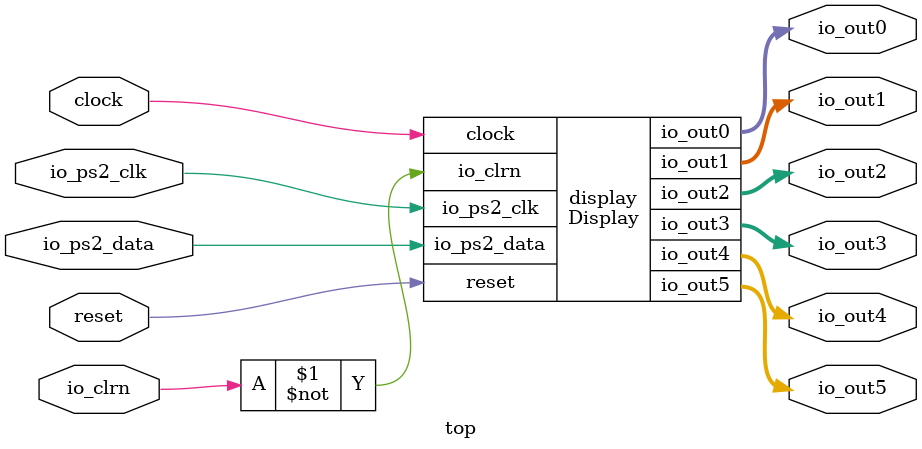
<source format=sv>
`ifndef RANDOMIZE
  `ifdef RANDOMIZE_REG_INIT
    `define RANDOMIZE
  `endif // RANDOMIZE_REG_INIT
`endif // not def RANDOMIZE

`ifndef RANDOM
  `define RANDOM $random
`endif // not def RANDOM

// Users can define INIT_RANDOM as general code that gets injected into the
// initializer block for modules with registers.
`ifndef INIT_RANDOM
  `define INIT_RANDOM
`endif // not def INIT_RANDOM

// If using random initialization, you can also define RANDOMIZE_DELAY to
// customize the delay used, otherwise 0.002 is used.
`ifndef RANDOMIZE_DELAY
  `define RANDOMIZE_DELAY 0.002
`endif // not def RANDOMIZE_DELAY

// Define INIT_RANDOM_PROLOG_ for use in our modules below.
`ifndef INIT_RANDOM_PROLOG_
  `ifdef RANDOMIZE
    `ifdef VERILATOR
      `define INIT_RANDOM_PROLOG_ `INIT_RANDOM
    `else  // VERILATOR
      `define INIT_RANDOM_PROLOG_ `INIT_RANDOM #`RANDOMIZE_DELAY begin end
    `endif // VERILATOR
  `else  // RANDOMIZE
    `define INIT_RANDOM_PROLOG_
  `endif // RANDOMIZE
`endif // not def INIT_RANDOM_PROLOG_

// Include register initializers in init blocks unless synthesis is set
`ifndef SYNTHESIS
  `ifndef ENABLE_INITIAL_REG_
    `define ENABLE_INITIAL_REG_
  `endif // not def ENABLE_INITIAL_REG_
`endif // not def SYNTHESIS

// Include rmemory initializers in init blocks unless synthesis is set
`ifndef SYNTHESIS
  `ifndef ENABLE_INITIAL_MEM_
    `define ENABLE_INITIAL_MEM_
  `endif // not def ENABLE_INITIAL_MEM_
`endif // not def SYNTHESIS

module PS2Keyboard(	// @[src/main/scala/PS2/PS2.scala:6:7]
  input        clock,	// @[src/main/scala/PS2/PS2.scala:6:7]
               reset,	// @[src/main/scala/PS2/PS2.scala:6:7]
               io_clrn,	// @[src/main/scala/PS2/PS2.scala:7:14]
               io_ps2_clk,	// @[src/main/scala/PS2/PS2.scala:7:14]
               io_ps2_data,	// @[src/main/scala/PS2/PS2.scala:7:14]
               io_nextdata_n,	// @[src/main/scala/PS2/PS2.scala:7:14]
  output [7:0] io_data,	// @[src/main/scala/PS2/PS2.scala:7:14]
  output       io_ready	// @[src/main/scala/PS2/PS2.scala:7:14]
);

  reg        ready_reg;	// @[src/main/scala/PS2/PS2.scala:17:29]
  reg        buffer_0;	// @[src/main/scala/PS2/PS2.scala:23:29]
  reg        buffer_1;	// @[src/main/scala/PS2/PS2.scala:23:29]
  reg        buffer_2;	// @[src/main/scala/PS2/PS2.scala:23:29]
  reg        buffer_3;	// @[src/main/scala/PS2/PS2.scala:23:29]
  reg        buffer_4;	// @[src/main/scala/PS2/PS2.scala:23:29]
  reg        buffer_5;	// @[src/main/scala/PS2/PS2.scala:23:29]
  reg        buffer_6;	// @[src/main/scala/PS2/PS2.scala:23:29]
  reg        buffer_7;	// @[src/main/scala/PS2/PS2.scala:23:29]
  reg        buffer_8;	// @[src/main/scala/PS2/PS2.scala:23:29]
  reg        buffer_9;	// @[src/main/scala/PS2/PS2.scala:23:29]
  reg  [7:0] fifo_0;	// @[src/main/scala/PS2/PS2.scala:24:25]
  reg  [7:0] fifo_1;	// @[src/main/scala/PS2/PS2.scala:24:25]
  reg  [7:0] fifo_2;	// @[src/main/scala/PS2/PS2.scala:24:25]
  reg  [7:0] fifo_3;	// @[src/main/scala/PS2/PS2.scala:24:25]
  reg  [7:0] fifo_4;	// @[src/main/scala/PS2/PS2.scala:24:25]
  reg  [7:0] fifo_5;	// @[src/main/scala/PS2/PS2.scala:24:25]
  reg  [7:0] fifo_6;	// @[src/main/scala/PS2/PS2.scala:24:25]
  reg  [7:0] fifo_7;	// @[src/main/scala/PS2/PS2.scala:24:25]
  reg  [2:0] w_ptr;	// @[src/main/scala/PS2/PS2.scala:25:29]
  reg  [2:0] r_ptr;	// @[src/main/scala/PS2/PS2.scala:26:29]
  reg  [3:0] count;	// @[src/main/scala/PS2/PS2.scala:27:29]
  reg  [2:0] ps2_clk_sync;	// @[src/main/scala/PS2/PS2.scala:28:29]
  reg  [7:0] casez_tmp;	// @[src/main/scala/PS2/PS2.scala:74:12]
  always_comb begin	// @[src/main/scala/PS2/PS2.scala:74:12]
    casez (r_ptr)	// @[src/main/scala/PS2/PS2.scala:26:29, :74:12]
      3'b000:
        casez_tmp = fifo_0;	// @[src/main/scala/PS2/PS2.scala:24:25, :74:12]
      3'b001:
        casez_tmp = fifo_1;	// @[src/main/scala/PS2/PS2.scala:24:25, :74:12]
      3'b010:
        casez_tmp = fifo_2;	// @[src/main/scala/PS2/PS2.scala:24:25, :74:12]
      3'b011:
        casez_tmp = fifo_3;	// @[src/main/scala/PS2/PS2.scala:24:25, :74:12]
      3'b100:
        casez_tmp = fifo_4;	// @[src/main/scala/PS2/PS2.scala:24:25, :74:12]
      3'b101:
        casez_tmp = fifo_5;	// @[src/main/scala/PS2/PS2.scala:24:25, :74:12]
      3'b110:
        casez_tmp = fifo_6;	// @[src/main/scala/PS2/PS2.scala:24:25, :74:12]
      default:
        casez_tmp = fifo_7;	// @[src/main/scala/PS2/PS2.scala:24:25, :74:12]
    endcase	// @[src/main/scala/PS2/PS2.scala:26:29, :74:12]
  end // always_comb
  wire       sampling = ps2_clk_sync[2] & ~(ps2_clk_sync[1]);	// @[src/main/scala/PS2/PS2.scala:28:29, :33:{30,34,36,49}]
  wire       _GEN = w_ptr == 3'h1;	// @[src/main/scala/PS2/PS2.scala:25:29, :45:61]
  wire       _GEN_0 = count == 4'hA;	// @[src/main/scala/PS2/PS2.scala:27:29, :54:18]
  wire       _GEN_1 =
    ~buffer_0 & io_ps2_data
    & (buffer_1 ^ buffer_2 ^ buffer_3 ^ buffer_4 ^ buffer_5 ^ buffer_6 ^ buffer_7
       ^ buffer_8 ^ buffer_9);	// @[src/main/scala/PS2/PS2.scala:23:29, :56:{22,31}, :57:27, :58:44]
  wire [7:0] _fifo_T =
    {buffer_8, buffer_7, buffer_6, buffer_5, buffer_4, buffer_3, buffer_2, buffer_1};	// @[src/main/scala/PS2/PS2.scala:23:29, :60:30]
  wire       _GEN_2 = sampling & _GEN_0 & _GEN_1;	// @[src/main/scala/PS2/PS2.scala:25:29, :33:34, :53:20, :54:{18,28}, :56:31, :57:27, :59:11, :62:24]
  always @(posedge clock) begin	// @[src/main/scala/PS2/PS2.scala:6:7]
    if (reset) begin	// @[src/main/scala/PS2/PS2.scala:6:7]
      ready_reg <= 1'h0;	// @[src/main/scala/PS2/PS2.scala:17:29]
      buffer_0 <= 1'h0;	// @[src/main/scala/PS2/PS2.scala:23:29]
      buffer_1 <= 1'h0;	// @[src/main/scala/PS2/PS2.scala:23:29]
      buffer_2 <= 1'h0;	// @[src/main/scala/PS2/PS2.scala:23:29]
      buffer_3 <= 1'h0;	// @[src/main/scala/PS2/PS2.scala:23:29]
      buffer_4 <= 1'h0;	// @[src/main/scala/PS2/PS2.scala:23:29]
      buffer_5 <= 1'h0;	// @[src/main/scala/PS2/PS2.scala:23:29]
      buffer_6 <= 1'h0;	// @[src/main/scala/PS2/PS2.scala:23:29]
      buffer_7 <= 1'h0;	// @[src/main/scala/PS2/PS2.scala:23:29]
      buffer_8 <= 1'h0;	// @[src/main/scala/PS2/PS2.scala:23:29]
      buffer_9 <= 1'h0;	// @[src/main/scala/PS2/PS2.scala:23:29]
      w_ptr <= 3'h0;	// @[src/main/scala/PS2/PS2.scala:25:29]
      r_ptr <= 3'h0;	// @[src/main/scala/PS2/PS2.scala:26:29]
      count <= 4'h0;	// @[src/main/scala/PS2/PS2.scala:27:29]
      ps2_clk_sync <= 3'h0;	// @[src/main/scala/PS2/PS2.scala:28:29]
    end
    else begin	// @[src/main/scala/PS2/PS2.scala:6:7]
      ready_reg <=
        io_clrn
        & (_GEN_2 | ~(ready_reg & ~io_nextdata_n & w_ptr == r_ptr + 3'h1) & ready_reg);	// @[src/main/scala/PS2/PS2.scala:17:29, :25:29, :26:29, :35:18, :40:18, :42:21, :43:{12,28}, :48:{20,31,39}, :49:21, :53:20, :54:28, :59:11, :62:24, :63:24]
      if (~io_clrn | ~sampling | _GEN_0 | (|count)) begin	// @[src/main/scala/PS2/PS2.scala:23:29, :27:29, :33:34, :35:18, :53:20, :54:{18,28}, :68:23]
      end
      else	// @[src/main/scala/PS2/PS2.scala:23:29, :35:18, :53:20, :54:28, :68:23]
        buffer_0 <= io_ps2_data;	// @[src/main/scala/PS2/PS2.scala:23:29]
      if (~io_clrn | ~sampling | _GEN_0 | count != 4'h1) begin	// @[src/main/scala/PS2/PS2.scala:23:29, :27:29, :33:34, :35:18, :53:20, :54:{18,28}, :68:23]
      end
      else	// @[src/main/scala/PS2/PS2.scala:23:29, :35:18, :53:20, :54:28, :68:23]
        buffer_1 <= io_ps2_data;	// @[src/main/scala/PS2/PS2.scala:23:29]
      if (~io_clrn | ~sampling | _GEN_0 | count != 4'h2) begin	// @[src/main/scala/PS2/PS2.scala:23:29, :27:29, :33:34, :35:18, :53:20, :54:{18,28}, :68:23]
      end
      else	// @[src/main/scala/PS2/PS2.scala:23:29, :35:18, :53:20, :54:28, :68:23]
        buffer_2 <= io_ps2_data;	// @[src/main/scala/PS2/PS2.scala:23:29]
      if (~io_clrn | ~sampling | _GEN_0 | count != 4'h3) begin	// @[src/main/scala/PS2/PS2.scala:23:29, :27:29, :33:34, :35:18, :53:20, :54:{18,28}, :68:23]
      end
      else	// @[src/main/scala/PS2/PS2.scala:23:29, :35:18, :53:20, :54:28, :68:23]
        buffer_3 <= io_ps2_data;	// @[src/main/scala/PS2/PS2.scala:23:29]
      if (~io_clrn | ~sampling | _GEN_0 | count != 4'h4) begin	// @[src/main/scala/PS2/PS2.scala:23:29, :27:29, :33:34, :35:18, :53:20, :54:{18,28}, :68:23]
      end
      else	// @[src/main/scala/PS2/PS2.scala:23:29, :35:18, :53:20, :54:28, :68:23]
        buffer_4 <= io_ps2_data;	// @[src/main/scala/PS2/PS2.scala:23:29]
      if (~io_clrn | ~sampling | _GEN_0 | count != 4'h5) begin	// @[src/main/scala/PS2/PS2.scala:23:29, :27:29, :33:34, :35:18, :53:20, :54:{18,28}, :68:23]
      end
      else	// @[src/main/scala/PS2/PS2.scala:23:29, :35:18, :53:20, :54:28, :68:23]
        buffer_5 <= io_ps2_data;	// @[src/main/scala/PS2/PS2.scala:23:29]
      if (~io_clrn | ~sampling | _GEN_0 | count != 4'h6) begin	// @[src/main/scala/PS2/PS2.scala:23:29, :27:29, :33:34, :35:18, :53:20, :54:{18,28}, :68:23]
      end
      else	// @[src/main/scala/PS2/PS2.scala:23:29, :35:18, :53:20, :54:28, :68:23]
        buffer_6 <= io_ps2_data;	// @[src/main/scala/PS2/PS2.scala:23:29]
      if (~io_clrn | ~sampling | _GEN_0 | count != 4'h7) begin	// @[src/main/scala/PS2/PS2.scala:23:29, :27:29, :33:34, :35:18, :53:20, :54:{18,28}, :68:23]
      end
      else	// @[src/main/scala/PS2/PS2.scala:23:29, :35:18, :53:20, :54:28, :68:23]
        buffer_7 <= io_ps2_data;	// @[src/main/scala/PS2/PS2.scala:23:29]
      if (~io_clrn | ~sampling | _GEN_0 | count != 4'h8) begin	// @[src/main/scala/PS2/PS2.scala:23:29, :27:29, :33:34, :35:18, :53:20, :54:{18,28}, :68:23]
      end
      else	// @[src/main/scala/PS2/PS2.scala:23:29, :35:18, :53:20, :54:28, :68:23]
        buffer_8 <= io_ps2_data;	// @[src/main/scala/PS2/PS2.scala:23:29]
      if (~io_clrn | ~sampling | _GEN_0 | count != 4'h9) begin	// @[src/main/scala/PS2/PS2.scala:23:29, :27:29, :33:34, :35:18, :53:20, :54:{18,28}, :68:23]
      end
      else	// @[src/main/scala/PS2/PS2.scala:23:29, :35:18, :53:20, :54:28, :68:23]
        buffer_9 <= io_ps2_data;	// @[src/main/scala/PS2/PS2.scala:23:29]
      if (io_clrn) begin	// @[src/main/scala/PS2/PS2.scala:7:14]
        if (_GEN_2)	// @[src/main/scala/PS2/PS2.scala:25:29, :53:20, :54:28, :59:11, :62:24]
          w_ptr <= w_ptr + 3'h1;	// @[src/main/scala/PS2/PS2.scala:25:29, :62:33]
        if (ready_reg & ~io_nextdata_n & (r_ptr < w_ptr - 3'h1 | (&r_ptr) & _GEN))	// @[src/main/scala/PS2/PS2.scala:17:29, :25:29, :26:29, :42:21, :43:{12,28}, :45:{20,28,34,44,52,61,71}, :46:17]
          r_ptr <= r_ptr + 3'h1;	// @[src/main/scala/PS2/PS2.scala:26:29, :46:26]
        if (sampling) begin	// @[src/main/scala/PS2/PS2.scala:33:34]
          if (_GEN_0)	// @[src/main/scala/PS2/PS2.scala:54:18]
            count <= 4'h0;	// @[src/main/scala/PS2/PS2.scala:27:29]
          else	// @[src/main/scala/PS2/PS2.scala:54:18]
            count <= count + 4'h1;	// @[src/main/scala/PS2/PS2.scala:27:29, :69:32]
        end
      end
      else begin	// @[src/main/scala/PS2/PS2.scala:7:14]
        w_ptr <= 3'h0;	// @[src/main/scala/PS2/PS2.scala:25:29]
        r_ptr <= 3'h0;	// @[src/main/scala/PS2/PS2.scala:26:29]
        count <= 4'h0;	// @[src/main/scala/PS2/PS2.scala:27:29]
      end
      ps2_clk_sync <= {ps2_clk_sync[1:0], io_ps2_clk};	// @[src/main/scala/PS2/PS2.scala:28:29, :31:{22,35}]
    end
    if (io_clrn & sampling & _GEN_0 & _GEN_1 & w_ptr == 3'h0)	// @[src/main/scala/PS2/PS2.scala:24:25, :25:29, :33:34, :35:18, :53:20, :54:{18,28}, :56:31, :57:27, :59:11, :60:24]
      fifo_0 <= _fifo_T;	// @[src/main/scala/PS2/PS2.scala:24:25, :60:30]
    if (io_clrn & sampling & _GEN_0 & _GEN_1 & _GEN)	// @[src/main/scala/PS2/PS2.scala:24:25, :33:34, :35:18, :45:61, :53:20, :54:{18,28}, :56:31, :57:27, :59:11, :60:24]
      fifo_1 <= _fifo_T;	// @[src/main/scala/PS2/PS2.scala:24:25, :60:30]
    if (io_clrn & sampling & _GEN_0 & _GEN_1 & w_ptr == 3'h2)	// @[src/main/scala/PS2/PS2.scala:24:25, :25:29, :33:34, :35:18, :53:20, :54:{18,28}, :56:31, :57:27, :59:11, :60:24]
      fifo_2 <= _fifo_T;	// @[src/main/scala/PS2/PS2.scala:24:25, :60:30]
    if (io_clrn & sampling & _GEN_0 & _GEN_1 & w_ptr == 3'h3)	// @[src/main/scala/PS2/PS2.scala:24:25, :25:29, :33:34, :35:18, :53:20, :54:{18,28}, :56:31, :57:27, :59:11, :60:24]
      fifo_3 <= _fifo_T;	// @[src/main/scala/PS2/PS2.scala:24:25, :60:30]
    if (io_clrn & sampling & _GEN_0 & _GEN_1 & w_ptr == 3'h4)	// @[src/main/scala/PS2/PS2.scala:24:25, :25:29, :33:34, :35:18, :53:20, :54:{18,28}, :56:31, :57:27, :59:11, :60:24]
      fifo_4 <= _fifo_T;	// @[src/main/scala/PS2/PS2.scala:24:25, :60:30]
    if (io_clrn & sampling & _GEN_0 & _GEN_1 & w_ptr == 3'h5)	// @[src/main/scala/PS2/PS2.scala:24:25, :25:29, :33:34, :35:18, :53:20, :54:{18,28}, :56:31, :57:27, :59:11, :60:24]
      fifo_5 <= _fifo_T;	// @[src/main/scala/PS2/PS2.scala:24:25, :60:30]
    if (io_clrn & sampling & _GEN_0 & _GEN_1 & w_ptr == 3'h6)	// @[src/main/scala/PS2/PS2.scala:24:25, :25:29, :33:34, :35:18, :53:20, :54:{18,28}, :56:31, :57:27, :59:11, :60:24]
      fifo_6 <= _fifo_T;	// @[src/main/scala/PS2/PS2.scala:24:25, :60:30]
    if (io_clrn & sampling & _GEN_0 & _GEN_1 & (&w_ptr))	// @[src/main/scala/PS2/PS2.scala:24:25, :25:29, :33:34, :35:18, :53:20, :54:{18,28}, :56:31, :57:27, :59:11, :60:24]
      fifo_7 <= _fifo_T;	// @[src/main/scala/PS2/PS2.scala:24:25, :60:30]
  end // always @(posedge)
  `ifdef ENABLE_INITIAL_REG_	// @[src/main/scala/PS2/PS2.scala:6:7]
    `ifdef FIRRTL_BEFORE_INITIAL	// @[src/main/scala/PS2/PS2.scala:6:7]
      `FIRRTL_BEFORE_INITIAL	// @[src/main/scala/PS2/PS2.scala:6:7]
    `endif // FIRRTL_BEFORE_INITIAL
    logic [31:0] _RANDOM[0:2];	// @[src/main/scala/PS2/PS2.scala:6:7]
    initial begin	// @[src/main/scala/PS2/PS2.scala:6:7]
      `ifdef INIT_RANDOM_PROLOG_	// @[src/main/scala/PS2/PS2.scala:6:7]
        `INIT_RANDOM_PROLOG_	// @[src/main/scala/PS2/PS2.scala:6:7]
      `endif // INIT_RANDOM_PROLOG_
      `ifdef RANDOMIZE_REG_INIT	// @[src/main/scala/PS2/PS2.scala:6:7]
        for (logic [1:0] i = 2'h0; i < 2'h3; i += 2'h1) begin
          _RANDOM[i] = `RANDOM;	// @[src/main/scala/PS2/PS2.scala:6:7]
        end	// @[src/main/scala/PS2/PS2.scala:6:7]
        ready_reg = _RANDOM[2'h0][0];	// @[src/main/scala/PS2/PS2.scala:6:7, :17:29]
        buffer_0 = _RANDOM[2'h0][2];	// @[src/main/scala/PS2/PS2.scala:6:7, :17:29, :23:29]
        buffer_1 = _RANDOM[2'h0][3];	// @[src/main/scala/PS2/PS2.scala:6:7, :17:29, :23:29]
        buffer_2 = _RANDOM[2'h0][4];	// @[src/main/scala/PS2/PS2.scala:6:7, :17:29, :23:29]
        buffer_3 = _RANDOM[2'h0][5];	// @[src/main/scala/PS2/PS2.scala:6:7, :17:29, :23:29]
        buffer_4 = _RANDOM[2'h0][6];	// @[src/main/scala/PS2/PS2.scala:6:7, :17:29, :23:29]
        buffer_5 = _RANDOM[2'h0][7];	// @[src/main/scala/PS2/PS2.scala:6:7, :17:29, :23:29]
        buffer_6 = _RANDOM[2'h0][8];	// @[src/main/scala/PS2/PS2.scala:6:7, :17:29, :23:29]
        buffer_7 = _RANDOM[2'h0][9];	// @[src/main/scala/PS2/PS2.scala:6:7, :17:29, :23:29]
        buffer_8 = _RANDOM[2'h0][10];	// @[src/main/scala/PS2/PS2.scala:6:7, :17:29, :23:29]
        buffer_9 = _RANDOM[2'h0][11];	// @[src/main/scala/PS2/PS2.scala:6:7, :17:29, :23:29]
        fifo_0 = _RANDOM[2'h0][20:13];	// @[src/main/scala/PS2/PS2.scala:6:7, :17:29, :24:25]
        fifo_1 = _RANDOM[2'h0][28:21];	// @[src/main/scala/PS2/PS2.scala:6:7, :17:29, :24:25]
        fifo_2 = {_RANDOM[2'h0][31:29], _RANDOM[2'h1][4:0]};	// @[src/main/scala/PS2/PS2.scala:6:7, :17:29, :24:25]
        fifo_3 = _RANDOM[2'h1][12:5];	// @[src/main/scala/PS2/PS2.scala:6:7, :24:25]
        fifo_4 = _RANDOM[2'h1][20:13];	// @[src/main/scala/PS2/PS2.scala:6:7, :24:25]
        fifo_5 = _RANDOM[2'h1][28:21];	// @[src/main/scala/PS2/PS2.scala:6:7, :24:25]
        fifo_6 = {_RANDOM[2'h1][31:29], _RANDOM[2'h2][4:0]};	// @[src/main/scala/PS2/PS2.scala:6:7, :24:25]
        fifo_7 = _RANDOM[2'h2][12:5];	// @[src/main/scala/PS2/PS2.scala:6:7, :24:25]
        w_ptr = _RANDOM[2'h2][15:13];	// @[src/main/scala/PS2/PS2.scala:6:7, :24:25, :25:29]
        r_ptr = _RANDOM[2'h2][18:16];	// @[src/main/scala/PS2/PS2.scala:6:7, :24:25, :26:29]
        count = _RANDOM[2'h2][22:19];	// @[src/main/scala/PS2/PS2.scala:6:7, :24:25, :27:29]
        ps2_clk_sync = _RANDOM[2'h2][25:23];	// @[src/main/scala/PS2/PS2.scala:6:7, :24:25, :28:29]
      `endif // RANDOMIZE_REG_INIT
    end // initial
    `ifdef FIRRTL_AFTER_INITIAL	// @[src/main/scala/PS2/PS2.scala:6:7]
      `FIRRTL_AFTER_INITIAL	// @[src/main/scala/PS2/PS2.scala:6:7]
    `endif // FIRRTL_AFTER_INITIAL
  `endif // ENABLE_INITIAL_REG_
  assign io_data = casez_tmp;	// @[src/main/scala/PS2/PS2.scala:6:7, :74:12]
  assign io_ready = ready_reg;	// @[src/main/scala/PS2/PS2.scala:6:7, :17:29]
endmodule

module LED(	// @[src/main/scala/LED/LED.scala:8:7]
  input  [3:0] io_in,	// @[src/main/scala/LED/LED.scala:9:14]
  output [6:0] io_out	// @[src/main/scala/LED/LED.scala:9:14]
);

  reg  [6:0] casez_tmp;	// @[src/main/scala/LED/LED.scala:13:23, :14:12, :15:29]
  wire [6:0] _GEN = {3'h0, io_in != 4'hE, 3'h6};	// @[src/main/scala/LED/LED.scala:41:{20,30}, :42:12, :44:12]
  always_comb begin	// @[src/main/scala/LED/LED.scala:13:{14,23}, :14:12, :15:{20,29}, :16:12, :17:{20,29}, :18:12, :19:{20,29}, :20:12, :21:{20,29}, :22:12, :23:{20,29}, :24:12, :25:{20,29}, :26:12, :27:{20,29}, :28:12, :29:{20,29}, :30:12, :31:{20,29}, :32:12, :33:{20,30}, :34:12, :35:{20,30}, :36:12, :37:{20,30}, :38:12, :39:{20,30}, :40:12, :41:30]
    casez (io_in)	// @[src/main/scala/LED/LED.scala:13:{14,23}, :14:12, :15:{20,29}, :16:12, :17:{20,29}, :18:12, :19:{20,29}, :20:12, :21:{20,29}, :22:12, :23:{20,29}, :24:12, :25:{20,29}, :26:12, :27:{20,29}, :28:12, :29:{20,29}, :30:12, :31:{20,29}, :32:12, :33:{20,30}, :34:12, :35:{20,30}, :36:12, :37:{20,30}, :38:12, :39:{20,30}, :40:12, :41:30]
      4'b0000:
        casez_tmp = 7'h40;	// @[src/main/scala/LED/LED.scala:13:{14,23}, :14:12, :15:{20,29}, :16:12, :17:{20,29}, :18:12, :19:{20,29}, :20:12, :21:{20,29}, :22:12, :23:{20,29}, :24:12, :25:{20,29}, :26:12, :27:{20,29}, :28:12, :29:{20,29}, :30:12, :31:{20,29}, :32:12, :33:{20,30}, :34:12, :35:{20,30}, :36:12, :37:{20,30}, :38:12, :39:{20,30}, :40:12, :41:30]
      4'b0001:
        casez_tmp = 7'h79;	// @[src/main/scala/LED/LED.scala:13:{14,23}, :14:12, :15:{20,29}, :16:12, :17:{20,29}, :18:12, :19:{20,29}, :20:12, :21:{20,29}, :22:12, :23:{20,29}, :24:12, :25:{20,29}, :26:12, :27:{20,29}, :28:12, :29:{20,29}, :30:12, :31:{20,29}, :32:12, :33:{20,30}, :34:12, :35:{20,30}, :36:12, :37:{20,30}, :38:12, :39:{20,30}, :40:12, :41:30]
      4'b0010:
        casez_tmp = 7'h24;	// @[src/main/scala/LED/LED.scala:13:{14,23}, :14:12, :15:{20,29}, :16:12, :17:{20,29}, :18:12, :19:{20,29}, :20:12, :21:{20,29}, :22:12, :23:{20,29}, :24:12, :25:{20,29}, :26:12, :27:{20,29}, :28:12, :29:{20,29}, :30:12, :31:{20,29}, :32:12, :33:{20,30}, :34:12, :35:{20,30}, :36:12, :37:{20,30}, :38:12, :39:{20,30}, :40:12, :41:30]
      4'b0011:
        casez_tmp = 7'h30;	// @[src/main/scala/LED/LED.scala:13:{14,23}, :14:12, :15:{20,29}, :16:12, :17:{20,29}, :18:12, :19:{20,29}, :20:12, :21:{20,29}, :22:12, :23:{20,29}, :24:12, :25:{20,29}, :26:12, :27:{20,29}, :28:12, :29:{20,29}, :30:12, :31:{20,29}, :32:12, :33:{20,30}, :34:12, :35:{20,30}, :36:12, :37:{20,30}, :38:12, :39:{20,30}, :40:12, :41:30]
      4'b0100:
        casez_tmp = 7'h19;	// @[src/main/scala/LED/LED.scala:13:{14,23}, :14:12, :15:{20,29}, :16:12, :17:{20,29}, :18:12, :19:{20,29}, :20:12, :21:{20,29}, :22:12, :23:{20,29}, :24:12, :25:{20,29}, :26:12, :27:{20,29}, :28:12, :29:{20,29}, :30:12, :31:{20,29}, :32:12, :33:{20,30}, :34:12, :35:{20,30}, :36:12, :37:{20,30}, :38:12, :39:{20,30}, :40:12, :41:30]
      4'b0101:
        casez_tmp = 7'h12;	// @[src/main/scala/LED/LED.scala:13:{14,23}, :14:12, :15:{20,29}, :16:12, :17:{20,29}, :18:12, :19:{20,29}, :20:12, :21:{20,29}, :22:12, :23:{20,29}, :24:12, :25:{20,29}, :26:12, :27:{20,29}, :28:12, :29:{20,29}, :30:12, :31:{20,29}, :32:12, :33:{20,30}, :34:12, :35:{20,30}, :36:12, :37:{20,30}, :38:12, :39:{20,30}, :40:12, :41:30]
      4'b0110:
        casez_tmp = 7'h2;	// @[src/main/scala/LED/LED.scala:13:{14,23}, :14:12, :15:{20,29}, :16:12, :17:{20,29}, :18:12, :19:{20,29}, :20:12, :21:{20,29}, :22:12, :23:{20,29}, :24:12, :25:{20,29}, :26:12, :27:{20,29}, :28:12, :29:{20,29}, :30:12, :31:{20,29}, :32:12, :33:{20,30}, :34:12, :35:{20,30}, :36:12, :37:{20,30}, :38:12, :39:{20,30}, :40:12, :41:30]
      4'b0111:
        casez_tmp = 7'h78;	// @[src/main/scala/LED/LED.scala:13:{14,23}, :14:12, :15:{20,29}, :16:12, :17:{20,29}, :18:12, :19:{20,29}, :20:12, :21:{20,29}, :22:12, :23:{20,29}, :24:12, :25:{20,29}, :26:12, :27:{20,29}, :28:12, :29:{20,29}, :30:12, :31:{20,29}, :32:12, :33:{20,30}, :34:12, :35:{20,30}, :36:12, :37:{20,30}, :38:12, :39:{20,30}, :40:12, :41:30]
      4'b1000:
        casez_tmp = 7'h0;	// @[src/main/scala/LED/LED.scala:13:{14,23}, :14:12, :15:{20,29}, :16:12, :17:{20,29}, :18:12, :19:{20,29}, :20:12, :21:{20,29}, :22:12, :23:{20,29}, :24:12, :25:{20,29}, :26:12, :27:{20,29}, :28:12, :29:{20,29}, :30:12, :31:{20,29}, :32:12, :33:{20,30}, :34:12, :35:{20,30}, :36:12, :37:{20,30}, :38:12, :39:{20,30}, :40:12, :41:30]
      4'b1001:
        casez_tmp = 7'h10;	// @[src/main/scala/LED/LED.scala:13:{14,23}, :14:12, :15:{20,29}, :16:12, :17:{20,29}, :18:12, :19:{20,29}, :20:12, :21:{20,29}, :22:12, :23:{20,29}, :24:12, :25:{20,29}, :26:12, :27:{20,29}, :28:12, :29:{20,29}, :30:12, :31:{20,29}, :32:12, :33:{20,30}, :34:12, :35:{20,30}, :36:12, :37:{20,30}, :38:12, :39:{20,30}, :40:12, :41:30]
      4'b1010:
        casez_tmp = 7'h8;	// @[src/main/scala/LED/LED.scala:13:{14,23}, :14:12, :15:{20,29}, :16:12, :17:{20,29}, :18:12, :19:{20,29}, :20:12, :21:{20,29}, :22:12, :23:{20,29}, :24:12, :25:{20,29}, :26:12, :27:{20,29}, :28:12, :29:{20,29}, :30:12, :31:{20,29}, :32:12, :33:{20,30}, :34:12, :35:{20,30}, :36:12, :37:{20,30}, :38:12, :39:{20,30}, :40:12, :41:30]
      4'b1011:
        casez_tmp = 7'h3;	// @[src/main/scala/LED/LED.scala:13:{14,23}, :14:12, :15:{20,29}, :16:12, :17:{20,29}, :18:12, :19:{20,29}, :20:12, :21:{20,29}, :22:12, :23:{20,29}, :24:12, :25:{20,29}, :26:12, :27:{20,29}, :28:12, :29:{20,29}, :30:12, :31:{20,29}, :32:12, :33:{20,30}, :34:12, :35:{20,30}, :36:12, :37:{20,30}, :38:12, :39:{20,30}, :40:12, :41:30]
      4'b1100:
        casez_tmp = 7'h46;	// @[src/main/scala/LED/LED.scala:13:{14,23}, :14:12, :15:{20,29}, :16:12, :17:{20,29}, :18:12, :19:{20,29}, :20:12, :21:{20,29}, :22:12, :23:{20,29}, :24:12, :25:{20,29}, :26:12, :27:{20,29}, :28:12, :29:{20,29}, :30:12, :31:{20,29}, :32:12, :33:{20,30}, :34:12, :35:{20,30}, :36:12, :37:{20,30}, :38:12, :39:{20,30}, :40:12, :41:30]
      4'b1101:
        casez_tmp = 7'h21;	// @[src/main/scala/LED/LED.scala:13:{14,23}, :14:12, :15:{20,29}, :16:12, :17:{20,29}, :18:12, :19:{20,29}, :20:12, :21:{20,29}, :22:12, :23:{20,29}, :24:12, :25:{20,29}, :26:12, :27:{20,29}, :28:12, :29:{20,29}, :30:12, :31:{20,29}, :32:12, :33:{20,30}, :34:12, :35:{20,30}, :36:12, :37:{20,30}, :38:12, :39:{20,30}, :40:12, :41:30]
      4'b1110:
        casez_tmp = _GEN;	// @[src/main/scala/LED/LED.scala:13:{14,23}, :14:12, :15:{20,29}, :16:12, :17:{20,29}, :18:12, :19:{20,29}, :20:12, :21:{20,29}, :22:12, :23:{20,29}, :24:12, :25:{20,29}, :26:12, :27:{20,29}, :28:12, :29:{20,29}, :30:12, :31:{20,29}, :32:12, :33:{20,30}, :34:12, :35:{20,30}, :36:12, :37:{20,30}, :38:12, :39:{20,30}, :40:12, :41:30, :42:12, :44:12]
      default:
        casez_tmp = _GEN;	// @[src/main/scala/LED/LED.scala:13:{14,23}, :14:12, :15:{20,29}, :16:12, :17:{20,29}, :18:12, :19:{20,29}, :20:12, :21:{20,29}, :22:12, :23:{20,29}, :24:12, :25:{20,29}, :26:12, :27:{20,29}, :28:12, :29:{20,29}, :30:12, :31:{20,29}, :32:12, :33:{20,30}, :34:12, :35:{20,30}, :36:12, :37:{20,30}, :38:12, :39:{20,30}, :40:12, :41:30, :42:12, :44:12]
    endcase	// @[src/main/scala/LED/LED.scala:13:{14,23}, :14:12, :15:{20,29}, :16:12, :17:{20,29}, :18:12, :19:{20,29}, :20:12, :21:{20,29}, :22:12, :23:{20,29}, :24:12, :25:{20,29}, :26:12, :27:{20,29}, :28:12, :29:{20,29}, :30:12, :31:{20,29}, :32:12, :33:{20,30}, :34:12, :35:{20,30}, :36:12, :37:{20,30}, :38:12, :39:{20,30}, :40:12, :41:30]
  end // always_comb
  assign io_out = casez_tmp;	// @[src/main/scala/LED/LED.scala:8:7, :13:23, :14:12, :15:29]
endmodule

module PS2KeycodeToASCII(	// @[src/main/scala/PS2/PS2.scala:77:7]
  input  [7:0] io_keycode,	// @[src/main/scala/PS2/PS2.scala:78:14]
  output [7:0] io_ascii	// @[src/main/scala/PS2/PS2.scala:78:14]
);

  assign io_ascii =
    io_keycode == 8'h15
      ? 8'h51
      : io_keycode == 8'h1D
          ? 8'h57
          : io_keycode == 8'h24
              ? 8'h45
              : io_keycode == 8'h2D
                  ? 8'h52
                  : io_keycode == 8'h2C
                      ? 8'h54
                      : io_keycode == 8'h35
                          ? 8'h59
                          : io_keycode == 8'h3C
                              ? 8'h55
                              : io_keycode == 8'h43
                                  ? 8'h49
                                  : io_keycode == 8'h44
                                      ? 8'h4F
                                      : io_keycode == 8'h4D
                                          ? 8'h50
                                          : io_keycode == 8'h1C
                                              ? 8'h41
                                              : io_keycode == 8'h1B
                                                  ? 8'h53
                                                  : io_keycode == 8'h23
                                                      ? 8'h44
                                                      : io_keycode == 8'h2B
                                                          ? 8'h46
                                                          : io_keycode == 8'h34
                                                              ? 8'h47
                                                              : io_keycode == 8'h33
                                                                  ? 8'h48
                                                                  : io_keycode == 8'h3B
                                                                      ? 8'h4A
                                                                      : io_keycode == 8'h42
                                                                          ? 8'h4B
                                                                          : io_keycode == 8'h4B
                                                                              ? 8'h4C
                                                                              : io_keycode == 8'h1A
                                                                                  ? 8'h5A
                                                                                  : io_keycode == 8'h22
                                                                                      ? 8'h58
                                                                                      : io_keycode == 8'h21
                                                                                          ? 8'h43
                                                                                          : io_keycode == 8'h2A
                                                                                              ? 8'h56
                                                                                              : io_keycode == 8'h32
                                                                                                  ? 8'h42
                                                                                                  : io_keycode == 8'h31
                                                                                                      ? 8'h4E
                                                                                                      : io_keycode == 8'h3A
                                                                                                          ? 8'h4D
                                                                                                          : io_keycode == 8'h45
                                                                                                              ? 8'h30
                                                                                                              : io_keycode == 8'h16
                                                                                                                  ? 8'h31
                                                                                                                  : io_keycode == 8'h1E
                                                                                                                      ? 8'h32
                                                                                                                      : io_keycode == 8'h26
                                                                                                                          ? 8'h33
                                                                                                                          : io_keycode == 8'h25
                                                                                                                              ? 8'h34
                                                                                                                              : io_keycode == 8'h2E
                                                                                                                                  ? 8'h35
                                                                                                                                  : io_keycode == 8'h36
                                                                                                                                      ? 8'h36
                                                                                                                                      : io_keycode == 8'h3D
                                                                                                                                          ? 8'h37
                                                                                                                                          : io_keycode == 8'h3E
                                                                                                                                              ? 8'h38
                                                                                                                                              : io_keycode == 8'h46
                                                                                                                                                  ? 8'h39
                                                                                                                                                  : 8'h0;	// @[src/main/scala/PS2/PS2.scala:77:7, :83:12, :85:22, :86:28, :87:28, :88:28, :89:28, :90:28, :91:28, :92:28, :93:28, :94:28, :95:28, :96:28, :97:28, :98:28, :99:28, :100:28, :101:28, :102:28, :103:28, :104:28, :105:28, :106:28, :107:28, :108:28, :109:28, :110:28, :111:28, :113:28, :114:28, :115:28, :116:28, :117:28, :118:28, :119:28, :120:28, :121:28, :122:28]
endmodule

module Display(	// @[src/main/scala/Display/Display.scala:8:7]
  input        clock,	// @[src/main/scala/Display/Display.scala:8:7]
               reset,	// @[src/main/scala/Display/Display.scala:8:7]
               io_clrn,	// @[src/main/scala/Display/Display.scala:9:14]
               io_ps2_clk,	// @[src/main/scala/Display/Display.scala:9:14]
               io_ps2_data,	// @[src/main/scala/Display/Display.scala:9:14]
  output [6:0] io_out0,	// @[src/main/scala/Display/Display.scala:9:14]
               io_out1,	// @[src/main/scala/Display/Display.scala:9:14]
               io_out2,	// @[src/main/scala/Display/Display.scala:9:14]
               io_out3,	// @[src/main/scala/Display/Display.scala:9:14]
               io_out4,	// @[src/main/scala/Display/Display.scala:9:14]
               io_out5	// @[src/main/scala/Display/Display.scala:9:14]
);

  wire [7:0] _ascii_io_ascii;	// @[src/main/scala/Display/Display.scala:52:21]
  wire [7:0] _keyboard_io_data;	// @[src/main/scala/Display/Display.scala:21:24]
  wire       _keyboard_io_ready;	// @[src/main/scala/Display/Display.scala:21:24]
  reg        nextdata_n;	// @[src/main/scala/Display/Display.scala:25:27]
  reg  [7:0] data;	// @[src/main/scala/Display/Display.scala:28:22]
  reg  [7:0] data_last;	// @[src/main/scala/Display/Display.scala:29:26]
  reg  [7:0] times;	// @[src/main/scala/Display/Display.scala:30:26]
  always @(posedge clock) begin	// @[src/main/scala/Display/Display.scala:8:7]
    if (reset) begin	// @[src/main/scala/Display/Display.scala:8:7]
      nextdata_n <= 1'h1;	// @[src/main/scala/Display/Display.scala:8:7, :25:27]
      data_last <= 8'h0;	// @[src/main/scala/Display/Display.scala:29:26]
      times <= 8'h0;	// @[src/main/scala/Display/Display.scala:30:26]
    end
    else begin	// @[src/main/scala/Display/Display.scala:8:7]
      nextdata_n <= ~_keyboard_io_ready;	// @[src/main/scala/Display/Display.scala:21:24, :25:27, :37:15, :38:16, :44:16]
      if (_keyboard_io_ready)	// @[src/main/scala/Display/Display.scala:21:24]
        data_last <= data;	// @[src/main/scala/Display/Display.scala:28:22, :29:26]
      if (_keyboard_io_ready & data == 8'hF0 & data_last != 8'hF0)	// @[src/main/scala/Display/Display.scala:21:24, :28:22, :29:26, :30:26, :37:15, :39:{15,27,40,53}, :40:13]
        times <= times + 8'h1;	// @[src/main/scala/Display/Display.scala:30:26, :40:22]
    end
    data <= _keyboard_io_data;	// @[src/main/scala/Display/Display.scala:21:24, :28:22]
  end // always @(posedge)
  `ifdef ENABLE_INITIAL_REG_	// @[src/main/scala/Display/Display.scala:8:7]
    `ifdef FIRRTL_BEFORE_INITIAL	// @[src/main/scala/Display/Display.scala:8:7]
      `FIRRTL_BEFORE_INITIAL	// @[src/main/scala/Display/Display.scala:8:7]
    `endif // FIRRTL_BEFORE_INITIAL
    logic [31:0] _RANDOM[0:0];	// @[src/main/scala/Display/Display.scala:8:7]
    initial begin	// @[src/main/scala/Display/Display.scala:8:7]
      `ifdef INIT_RANDOM_PROLOG_	// @[src/main/scala/Display/Display.scala:8:7]
        `INIT_RANDOM_PROLOG_	// @[src/main/scala/Display/Display.scala:8:7]
      `endif // INIT_RANDOM_PROLOG_
      `ifdef RANDOMIZE_REG_INIT	// @[src/main/scala/Display/Display.scala:8:7]
        _RANDOM[/*Zero width*/ 1'b0] = `RANDOM;	// @[src/main/scala/Display/Display.scala:8:7]
        nextdata_n = _RANDOM[/*Zero width*/ 1'b0][0];	// @[src/main/scala/Display/Display.scala:8:7, :25:27]
        data = _RANDOM[/*Zero width*/ 1'b0][8:1];	// @[src/main/scala/Display/Display.scala:8:7, :25:27, :28:22]
        data_last = _RANDOM[/*Zero width*/ 1'b0][16:9];	// @[src/main/scala/Display/Display.scala:8:7, :25:27, :29:26]
        times = _RANDOM[/*Zero width*/ 1'b0][24:17];	// @[src/main/scala/Display/Display.scala:8:7, :25:27, :30:26]
      `endif // RANDOMIZE_REG_INIT
    end // initial
    `ifdef FIRRTL_AFTER_INITIAL	// @[src/main/scala/Display/Display.scala:8:7]
      `FIRRTL_AFTER_INITIAL	// @[src/main/scala/Display/Display.scala:8:7]
    `endif // FIRRTL_AFTER_INITIAL
  `endif // ENABLE_INITIAL_REG_
  PS2Keyboard keyboard (	// @[src/main/scala/Display/Display.scala:21:24]
    .clock         (clock),
    .reset         (reset),
    .io_clrn       (io_clrn),
    .io_ps2_clk    (io_ps2_clk),
    .io_ps2_data   (io_ps2_data),
    .io_nextdata_n (nextdata_n),	// @[src/main/scala/Display/Display.scala:25:27]
    .io_data       (_keyboard_io_data),
    .io_ready      (_keyboard_io_ready)
  );	// @[src/main/scala/Display/Display.scala:21:24]
  LED led0 (	// @[src/main/scala/Display/Display.scala:46:20]
    .io_in  (data[3:0]),	// @[src/main/scala/Display/Display.scala:28:22, :47:21]
    .io_out (io_out0)
  );	// @[src/main/scala/Display/Display.scala:46:20]
  LED led1 (	// @[src/main/scala/Display/Display.scala:49:20]
    .io_in  (data[7:4]),	// @[src/main/scala/Display/Display.scala:28:22, :50:21]
    .io_out (io_out1)
  );	// @[src/main/scala/Display/Display.scala:49:20]
  PS2KeycodeToASCII ascii (	// @[src/main/scala/Display/Display.scala:52:21]
    .io_keycode (data),	// @[src/main/scala/Display/Display.scala:28:22]
    .io_ascii   (_ascii_io_ascii)
  );	// @[src/main/scala/Display/Display.scala:52:21]
  LED led2 (	// @[src/main/scala/Display/Display.scala:53:21]
    .io_in  (_ascii_io_ascii[3:0]),	// @[src/main/scala/Display/Display.scala:52:21, :56:37]
    .io_out (io_out2)
  );	// @[src/main/scala/Display/Display.scala:53:21]
  LED led3 (	// @[src/main/scala/Display/Display.scala:54:21]
    .io_in  (_ascii_io_ascii[7:4]),	// @[src/main/scala/Display/Display.scala:52:21, :57:37]
    .io_out (io_out3)
  );	// @[src/main/scala/Display/Display.scala:54:21]
  LED led4 (	// @[src/main/scala/Display/Display.scala:60:20]
    .io_in  (times[3:0]),	// @[src/main/scala/Display/Display.scala:30:26, :61:22]
    .io_out (io_out4)
  );	// @[src/main/scala/Display/Display.scala:60:20]
  LED led5 (	// @[src/main/scala/Display/Display.scala:63:20]
    .io_in  (times[7:4]),	// @[src/main/scala/Display/Display.scala:30:26, :64:22]
    .io_out (io_out5)
  );	// @[src/main/scala/Display/Display.scala:63:20]
endmodule

module top(	// @[src/main/scala/top.scala:8:7]
  input        clock,	// @[src/main/scala/top.scala:8:7]
               reset,	// @[src/main/scala/top.scala:8:7]
               io_clrn,	// @[src/main/scala/top.scala:9:14]
               io_ps2_clk,	// @[src/main/scala/top.scala:9:14]
               io_ps2_data,	// @[src/main/scala/top.scala:9:14]
  output [6:0] io_out0,	// @[src/main/scala/top.scala:9:14]
               io_out1,	// @[src/main/scala/top.scala:9:14]
               io_out2,	// @[src/main/scala/top.scala:9:14]
               io_out3,	// @[src/main/scala/top.scala:9:14]
               io_out4,	// @[src/main/scala/top.scala:9:14]
               io_out5	// @[src/main/scala/top.scala:9:14]
);

  Display display (	// @[src/main/scala/top.scala:21:23]
    .clock       (clock),
    .reset       (reset),
    .io_clrn     (~io_clrn),	// @[src/main/scala/top.scala:22:26]
    .io_ps2_clk  (io_ps2_clk),
    .io_ps2_data (io_ps2_data),
    .io_out0     (io_out0),
    .io_out1     (io_out1),
    .io_out2     (io_out2),
    .io_out3     (io_out3),
    .io_out4     (io_out4),
    .io_out5     (io_out5)
  );	// @[src/main/scala/top.scala:21:23]
endmodule


</source>
